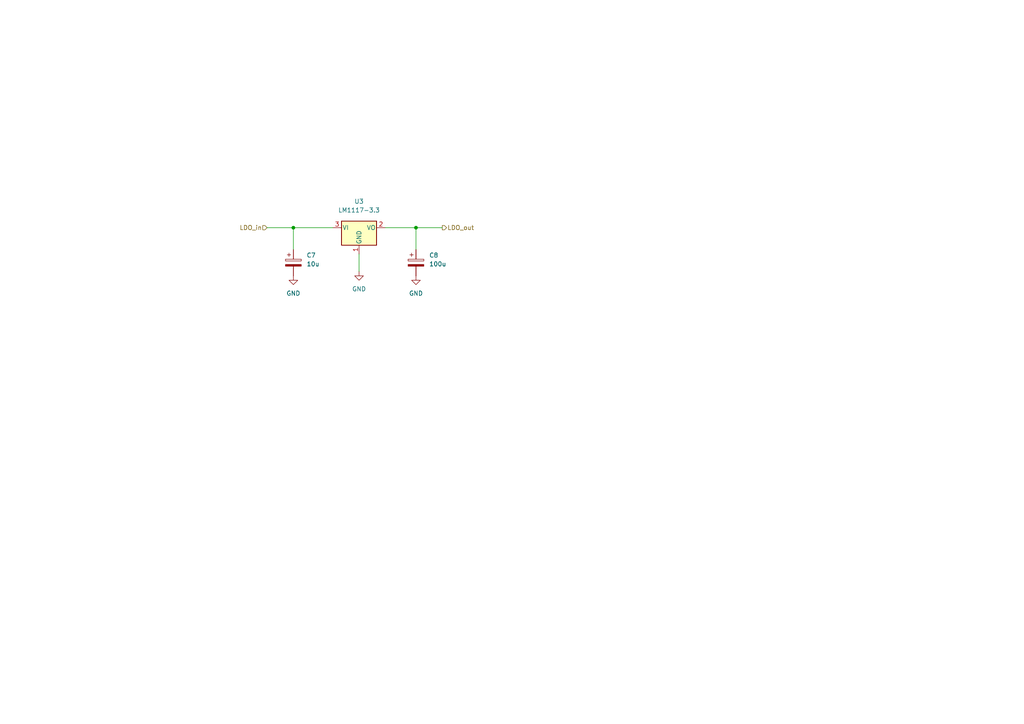
<source format=kicad_sch>
(kicad_sch (version 20211123) (generator eeschema)
  (paper "A4")
  (lib_symbols
    (symbol "Device:C_Polarized" (pin_numbers hide) (pin_names (offset 0.254))
      (property "Reference" "C" (at 0.635 2.54 0))
      (property "Value" "C_Polarized" (at 0.635 -2.54 0))
      (symbol "C_Polarized_0_1"
        (rectangle (start -2.286 0.508) (end 2.286 1.016))
        (polyline (pts (xy -1.778 2.286) (xy -0.762 2.286)))
        (polyline (pts (xy -1.27 2.794) (xy -1.27 1.778)))
        (rectangle (start 2.286 -0.508) (end -2.286 -1.016) (fill (type outline)))
      )
      (symbol "C_Polarized_1_1"
        (pin passive line (at 0 3.81 270) (length 2.794) (name "~") (number "1"))
        (pin passive line (at 0 -3.81 90) (length 2.794) (name "~") (number "2"))
      )
    )
    (symbol "Regulator_Linear:LM1117-3.3" (pin_names (offset 0.254))
      (property "Reference" "U" (at -3.81 3.175 0))
      (property "Value" "LM1117-3.3" (at 0 3.175 0))
      (symbol "LM1117-3.3_0_1"
        (rectangle (start -5.08 -5.08) (end 5.08 1.905) (stroke (width 0.254)) (fill (type background)))
      )
      (symbol "LM1117-3.3_1_1"
        (pin power_in line (at 0 -7.62 90) (length 2.54) (name "GND") (number "1"))
        (pin power_out line (at 7.62 0 180) (length 2.54) (name "VO") (number "2"))
        (pin power_in line (at -7.62 0 0) (length 2.54) (name "VI") (number "3"))
      )
    )
    (symbol "power:GND" (power) (pin_names (offset 0))
      (property "Value" "GND" (at 0 -3.81 0))
      (symbol "GND_0_1"
        (polyline (pts (xy 0 0) (xy 0 -1.27) (xy 1.27 -1.27) (xy 0 -2.54) (xy -1.27 -1.27) (xy 0 -1.27)))
      )
      (symbol "GND_1_1"
        (pin power_in line (at 0 0 270) (length 0) hide (name "GND") (number "1"))
      )
    )
  )
  (junction (at 85.09 66.04))
  (junction (at 120.65 66.04))
  (wire (pts (xy 120.65 66.04) (xy 120.65 72.39)))
  (wire (pts (xy 120.65 66.04) (xy 128.27 66.04)))
  (wire (pts (xy 104.14 73.66) (xy 104.14 78.74)))
  (wire (pts (xy 77.47 66.04) (xy 85.09 66.04)))
  (wire (pts (xy 85.09 66.04) (xy 96.52 66.04)))
  (wire (pts (xy 111.76 66.04) (xy 120.65 66.04)))
  (wire (pts (xy 85.09 72.39) (xy 85.09 66.04)))
  (hierarchical_label "LDO_out" (shape output) (at 128.27 66.04 0))
  (hierarchical_label "LDO_in" (shape input) (at 77.47 66.04 180))
  (symbol (lib_id "power:GND") (at 104.14 78.74 0) (unit 1)
    (property "Reference" "#PWR022" (effects hide))
    (property "Value" "GND" (at 104.14 83.82 0))
  )
  (symbol (lib_id "Device:C_Polarized") (at 120.65 76.2 0) (unit 1)
    (property "Reference" "C8" (at 124.46 74.0409 0) (effects (justify left)))
    (property "Value" "100u" (at 124.46 76.5809 0) (effects (justify left)))
    (property "Footprint" "Capacitor_SMD:C_0603_1608Metric_Pad1.08x0.95mm_HandSolder" (effects hide))
  )
  (symbol (lib_id "power:GND") (at 120.65 80.01 0) (unit 1)
    (property "Reference" "#PWR023" (effects hide))
    (property "Value" "GND" (at 120.65 85.09 0))
  )
  (symbol (lib_id "Regulator_Linear:LM1117-3.3") (at 104.14 66.04 0) (unit 1)
    (property "Reference" "U3" (at 104.14 58.42 0))
    (property "Value" "LM1117-3.3" (at 104.14 60.96 0))
    (property "Footprint" "Package_TO_SOT_THT:TO-220-3_Vertical" (effects hide))
    (property "Datasheet" "http://www.ti.com/lit/ds/symlink/lm1117.pdf" (effects hide))
  )
  (symbol (lib_id "power:GND") (at 85.09 80.01 0) (unit 1)
    (property "Reference" "#PWR021" (effects hide))
    (property "Value" "GND" (at 85.09 85.09 0))
  )
  (symbol (lib_id "Device:C_Polarized") (at 85.09 76.2 0) (unit 1)
    (property "Reference" "C7" (at 88.9 74.0409 0) (effects (justify left)))
    (property "Value" "10u" (at 88.9 76.5809 0) (effects (justify left)))
    (property "Footprint" "Capacitor_SMD:C_0603_1608Metric_Pad1.08x0.95mm_HandSolder" (effects hide))
  )
)
</source>
